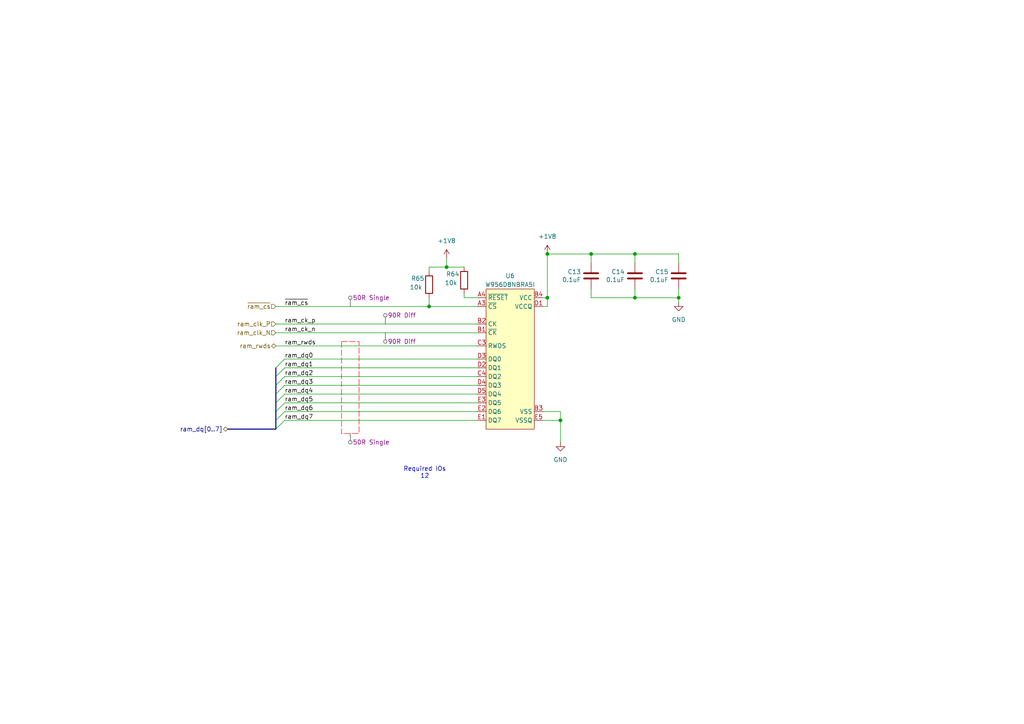
<source format=kicad_sch>
(kicad_sch (version 20250114) (generator "eeschema") (generator_version "9.0")
  (paper "A4")
  (title_block (title "Hyper RAM") (date "2025") (rev "1") (company "Konstantin Schauwecker"))
  (lib_symbols
    (symbol "Device:C" (pin_numbers (hide yes)) (pin_names (offset 0.254))
      (property "Reference" "C" (at 0.635 2.54 0))
      (property "Value" "C" (at 0.635 -2.54 0))
      (symbol "C_0_1"
        (polyline (pts (xy -2.032 0.762) (xy 2.032 0.762)) (stroke (width 0.508)))
        (polyline (pts (xy -2.032 -0.762) (xy 2.032 -0.762)) (stroke (width 0.508)))
      )
      (symbol "C_1_1"
        (pin passive line (at 0 3.81 270) (length 2.794) (name "~") (number "1"))
        (pin passive line (at 0 -3.81 90) (length 2.794) (name "~") (number "2"))
      )
    )
    (symbol "Device:R" (pin_numbers (hide yes)) (pin_names (offset 0))
      (property "Reference" "R" (at 2.032 0 90))
      (property "Value" "R" (at 0 0 90))
      (symbol "R_0_1"
        (rectangle (start -1.016 -2.54) (end 1.016 2.54) (stroke (width 0.254)))
      )
      (symbol "R_1_1"
        (pin passive line (at 0 3.81 270) (length 1.27) (name "~") (number "1"))
        (pin passive line (at 0 -3.81 90) (length 1.27) (name "~") (number "2"))
      )
    )
    (symbol "power:+1V8" (power) (pin_numbers (hide yes)) (pin_names (offset 0) (hide yes))
      (property "Value" "+1V8" (at 0 3.556 0))
      (symbol "+1V8_0_1"
        (polyline (pts (xy -0.762 1.27) (xy 0 2.54)))
        (polyline (pts (xy 0 2.54) (xy 0.762 1.27)))
        (polyline (pts (xy 0 0) (xy 0 2.54)))
      )
      (symbol "+1V8_1_1"
        (pin power_in line (at 0 0 90) (length 0) (name "~") (number "1"))
      )
    )
    (symbol "power:GND" (power) (pin_numbers (hide yes)) (pin_names (offset 0) (hide yes))
      (property "Value" "GND" (at 0 -3.81 0))
      (symbol "GND_0_1"
        (polyline (pts (xy 0 0) (xy 0 -1.27) (xy 1.27 -1.27) (xy 0 -2.54) (xy -1.27 -1.27) (xy 0 -1.27)))
      )
      (symbol "GND_1_1"
        (pin power_in line (at 0 0 270) (length 0) (name "~") (number "1"))
      )
    )
    (symbol "tracker-symbols:hyperram-8bit"
      (property "Reference" "U" (at 0 0 0))
      (symbol "hyperram-8bit_0_0"
        (pin unspecified line (at -8.89 -3.81 0) (length 2.54) (name "~{RESET}") (number "A4"))
        (pin unspecified line (at -8.89 -6.35 0) (length 2.54) (name "~{CS}") (number "A3"))
        (pin unspecified line (at -8.89 -11.43 0) (length 2.54) (name "CK") (number "B2"))
        (pin unspecified line (at -8.89 -13.97 0) (length 2.54) (name "~{CK}") (number "B1"))
        (pin unspecified line (at -8.89 -17.78 0) (length 2.54) (name "RWDS") (number "C3"))
        (pin unspecified line (at -8.89 -21.59 0) (length 2.54) (name "DQ0") (number "D3"))
        (pin unspecified line (at -8.89 -24.13 0) (length 2.54) (name "DQ1") (number "D2"))
        (pin unspecified line (at -8.89 -26.67 0) (length 2.54) (name "DQ2") (number "C4"))
        (pin unspecified line (at -8.89 -29.21 0) (length 2.54) (name "DQ3") (number "D4"))
        (pin unspecified line (at -8.89 -31.75 0) (length 2.54) (name "DQ4") (number "D5"))
        (pin unspecified line (at -8.89 -34.29 0) (length 2.54) (name "DQ5") (number "E3"))
        (pin unspecified line (at -8.89 -36.83 0) (length 2.54) (name "DQ6") (number "E2"))
        (pin unspecified line (at -8.89 -39.37 0) (length 2.54) (name "DQ7") (number "E1"))
        (pin unspecified line (at 10.16 -3.81 180) (length 2.54) (name "VCC") (number "B4"))
        (pin unspecified line (at 10.16 -6.35 180) (length 2.54) (name "VCCQ") (number "D1"))
        (pin unspecified line (at 10.16 -6.35 180) (length 2.54) (hide yes) (name "VCCQ") (number "E4"))
        (pin unspecified line (at 10.16 -36.83 180) (length 2.54) (name "VSS") (number "B3"))
        (pin unspecified line (at 10.16 -39.37 180) (length 2.54) (hide yes) (name "VSSQ") (number "C1"))
        (pin unspecified line (at 10.16 -39.37 180) (length 2.54) (name "VSSQ") (number "E5"))
      )
      (symbol "hyperram-8bit_1_1"
        (rectangle (start -6.35 -1.27) (end 7.62 -41.91) (fill (type background)))
      )
    )
  )
  (text "Required IOs\n12" (at 123.19 137.16 0) (effects (font (size 1.27 1.27))))
  (junction (at 158.75 73.66))
  (junction (at 184.15 73.66))
  (junction (at 196.85 86.36))
  (junction (at 124.46 88.9))
  (junction (at 162.56 121.92))
  (junction (at 171.45 73.66))
  (junction (at 158.75 86.36))
  (junction (at 129.54 77.47))
  (junction (at 184.15 86.36))
  (bus_entry (at 82.55 116.84) (size -2.54 2.54))
  (bus_entry (at 82.55 119.38) (size -2.54 2.54))
  (bus_entry (at 82.55 121.92) (size -2.54 2.54))
  (bus_entry (at 82.55 111.76) (size -2.54 2.54))
  (bus_entry (at 82.55 109.22) (size -2.54 2.54))
  (bus_entry (at 82.55 106.68) (size -2.54 2.54))
  (bus_entry (at 82.55 104.14) (size -2.54 2.54))
  (bus_entry (at 82.55 114.3) (size -2.54 2.54))
  (bus (pts (xy 80.01 116.84) (xy 80.01 119.38)))
  (wire (pts (xy 124.46 77.47) (xy 124.46 78.74)))
  (wire (pts (xy 196.85 73.66) (xy 184.15 73.66)))
  (wire (pts (xy 171.45 83.82) (xy 171.45 86.36)))
  (wire (pts (xy 80.01 93.98) (xy 138.43 93.98)))
  (wire (pts (xy 158.75 86.36) (xy 157.48 86.36)))
  (wire (pts (xy 82.55 119.38) (xy 138.43 119.38)))
  (bus (pts (xy 80.01 119.38) (xy 80.01 121.92)))
  (bus (pts (xy 66.04 124.46) (xy 80.01 124.46)))
  (wire (pts (xy 158.75 86.36) (xy 158.75 73.66)))
  (wire (pts (xy 129.54 77.47) (xy 124.46 77.47)))
  (wire (pts (xy 80.01 100.33) (xy 138.43 100.33)))
  (wire (pts (xy 184.15 83.82) (xy 184.15 86.36)))
  (wire (pts (xy 134.62 86.36) (xy 134.62 85.09)))
  (bus (pts (xy 80.01 121.92) (xy 80.01 124.46)))
  (wire (pts (xy 82.55 106.68) (xy 138.43 106.68)))
  (wire (pts (xy 124.46 86.36) (xy 124.46 88.9)))
  (wire (pts (xy 80.01 96.52) (xy 138.43 96.52)))
  (wire (pts (xy 196.85 86.36) (xy 196.85 87.63)))
  (wire (pts (xy 184.15 73.66) (xy 171.45 73.66)))
  (wire (pts (xy 162.56 119.38) (xy 162.56 121.92)))
  (wire (pts (xy 162.56 121.92) (xy 162.56 128.27)))
  (wire (pts (xy 82.55 109.22) (xy 138.43 109.22)))
  (wire (pts (xy 157.48 119.38) (xy 162.56 119.38)))
  (wire (pts (xy 138.43 86.36) (xy 134.62 86.36)))
  (bus (pts (xy 80.01 111.76) (xy 80.01 114.3)))
  (wire (pts (xy 196.85 86.36) (xy 184.15 86.36)))
  (wire (pts (xy 82.55 111.76) (xy 138.43 111.76)))
  (wire (pts (xy 82.55 116.84) (xy 138.43 116.84)))
  (wire (pts (xy 162.56 121.92) (xy 157.48 121.92)))
  (wire (pts (xy 82.55 121.92) (xy 138.43 121.92)))
  (wire (pts (xy 196.85 76.2) (xy 196.85 73.66)))
  (bus (pts (xy 80.01 106.68) (xy 80.01 109.22)))
  (wire (pts (xy 158.75 73.66) (xy 171.45 73.66)))
  (wire (pts (xy 196.85 86.36) (xy 196.85 83.82)))
  (wire (pts (xy 129.54 77.47) (xy 134.62 77.47)))
  (wire (pts (xy 157.48 88.9) (xy 158.75 88.9)))
  (wire (pts (xy 124.46 88.9) (xy 138.43 88.9)))
  (wire (pts (xy 184.15 73.66) (xy 184.15 76.2)))
  (wire (pts (xy 80.01 88.9) (xy 124.46 88.9)))
  (bus (pts (xy 80.01 109.22) (xy 80.01 111.76)))
  (wire (pts (xy 82.55 104.14) (xy 138.43 104.14)))
  (wire (pts (xy 129.54 74.93) (xy 129.54 77.47)))
  (wire (pts (xy 171.45 73.66) (xy 171.45 76.2)))
  (wire (pts (xy 158.75 88.9) (xy 158.75 86.36)))
  (bus (pts (xy 80.01 114.3) (xy 80.01 116.84)))
  (wire (pts (xy 82.55 114.3) (xy 138.43 114.3)))
  (wire (pts (xy 171.45 86.36) (xy 184.15 86.36)))
  (label "ram_ck_n" (at 82.55 96.52 0))
  (label "ram_ck_p" (at 82.55 93.98 0))
  (label "ram_dq0" (at 82.55 104.14 0))
  (label "ram_dq6" (at 82.55 119.38 0))
  (label "ram_dq1" (at 82.55 106.68 0))
  (label "~{ram_cs}" (at 82.55 88.9 0))
  (label "ram_dq5" (at 82.55 116.84 0))
  (label "ram_rwds" (at 82.55 100.33 0))
  (label "ram_dq4" (at 82.55 114.3 0))
  (label "ram_dq7" (at 82.55 121.92 0))
  (label "ram_dq3" (at 82.55 111.76 0))
  (label "ram_dq2" (at 82.55 109.22 0))
  (hierarchical_label "ram_clk_N" (shape input) (at 80.01 96.52 180))
  (hierarchical_label "~{ram_cs}" (shape input) (at 80.01 88.9 180))
  (hierarchical_label "ram_clk_P" (shape input) (at 80.01 93.98 180))
  (hierarchical_label "ram_dq[0..7]" (shape bidirectional) (at 66.04 124.46 180))
  (hierarchical_label "ram_rwds" (shape bidirectional) (at 80.01 100.33 180))
  (rule_area (polyline (pts (xy 99.06 99.06) (xy 104.14 99.06) (xy 104.14 125.73) (xy 99.06 125.73)) (stroke (width 0) (type dash))))
  (netclass_flag "" (length 2.54) (shape round) (at 101.6 88.9 0) (property "Netclass" "50R Single" (at 102.2985 86.36 0) (effects (justify left))))
  (netclass_flag "" (length 2.54) (shape round) (at 111.76 96.52 180) (property "Netclass" "90R Diff" (at 112.4585 99.06 0) (effects (justify left))))
  (netclass_flag "" (length 2.54) (shape round) (at 111.76 93.98 0) (property "Netclass" "90R Diff" (at 112.4585 91.44 0) (effects (justify left))))
  (netclass_flag "" (length 2.54) (shape round) (at 101.6 125.73 180) (property "Netclass" "50R Single" (at 102.2985 128.27 0) (effects (justify left))))
  (symbol (lib_id "power:GND") (at 162.56 128.27 0) (mirror y) (unit 1)
    (property "Reference" "#PWR033" (effects (hide yes)))
    (property "Value" "GND" (at 162.56 133.35 0))
    (property "Description" "Power symbol creates a global label with name \"GND\" , ground" (effects (hide yes)))
  )
  (symbol (lib_id "Device:C") (at 184.15 80.01 0) (mirror y) (unit 1)
    (property "Reference" "C14" (at 181.229 78.8416 0) (effects (justify left)))
    (property "Value" "0.1uF" (at 181.229 81.153 0) (effects (justify left)))
    (property "Footprint" "Capacitor_SMD:C_0402_1005Metric" (effects (hide yes)))
    (property "Description" "Unpolarized capacitor" (effects (hide yes)))
    (property "MPN" "MBAST105SB7104KFNA01" (effects (hide yes)))
    (property "Supplier Link" "https://www.mouser.de/ProductDetail/TAIYO-YUDEN/MBAST105SB7104KFNA01?qs=tlsG%2FOw5FFj0FpJuqULGiw%3D%3D " (effects (hide yes)))
    (property "Link to Alternative" "https://www.mouser.de/ProductDetail/KEMET/C0402C104K8PAC?qs=gnaPJ2cis71t%2F81aE9FjIg%3D%3D" (effects (hide yes)))
    (property "MFG" " TAIYO YUDEN" (effects (hide yes)))
    (property "Alternative MPNs" "C0402C104K8PAC" (effects (hide yes)))
  )
  (symbol (lib_id "Device:R") (at 124.46 82.55 180) (unit 1)
    (property "Reference" "R65" (at 121.158 80.772 0))
    (property "Value" "10k" (at 120.65 83.312 0))
    (property "Footprint" "Resistor_SMD:R_0402_1005Metric" (effects (hide yes)))
    (property "Description" "Resistor" (effects (hide yes)))
    (property "MFG" "Vishay" (effects (hide yes)))
    (property "MPN" "CRCW040210K0FKEDC" (effects (hide yes)))
    (property "Supplier Link" "https://www.mouser.de/ProductDetail/Vishay-Dale/CRCW040210K0FKEDC?qs=E3Y5ESvWgWPiNLcGzwCGPg%3D%3D" (effects (hide yes)))
  )
  (symbol (lib_id "power:GND") (at 196.85 87.63 0) (mirror y) (unit 1)
    (property "Reference" "#PWR034" (effects (hide yes)))
    (property "Value" "GND" (at 196.85 92.71 0))
    (property "Description" "Power symbol creates a global label with name \"GND\" , ground" (effects (hide yes)))
  )
  (symbol (lib_id "Device:C") (at 196.85 80.01 0) (mirror y) (unit 1)
    (property "Reference" "C15" (at 193.929 78.8416 0) (effects (justify left)))
    (property "Value" "0.1uF" (at 193.929 81.153 0) (effects (justify left)))
    (property "Footprint" "Capacitor_SMD:C_0402_1005Metric" (effects (hide yes)))
    (property "Description" "Unpolarized capacitor" (effects (hide yes)))
    (property "MPN" "MBAST105SB7104KFNA01" (effects (hide yes)))
    (property "Supplier Link" "https://www.mouser.de/ProductDetail/TAIYO-YUDEN/MBAST105SB7104KFNA01?qs=tlsG%2FOw5FFj0FpJuqULGiw%3D%3D " (effects (hide yes)))
    (property "Link to Alternative" "https://www.mouser.de/ProductDetail/KEMET/C0402C104K8PAC?qs=gnaPJ2cis71t%2F81aE9FjIg%3D%3D" (effects (hide yes)))
    (property "MFG" " TAIYO YUDEN" (effects (hide yes)))
    (property "Alternative MPNs" "C0402C104K8PAC" (effects (hide yes)))
  )
  (symbol (lib_id "Device:C") (at 171.45 80.01 0) (mirror y) (unit 1)
    (property "Reference" "C13" (at 168.529 78.8416 0) (effects (justify left)))
    (property "Value" "0.1uF" (at 168.529 81.153 0) (effects (justify left)))
    (property "Footprint" "Capacitor_SMD:C_0402_1005Metric" (effects (hide yes)))
    (property "Description" "Unpolarized capacitor" (effects (hide yes)))
    (property "MPN" "MBAST105SB7104KFNA01" (effects (hide yes)))
    (property "Supplier Link" "https://www.mouser.de/ProductDetail/TAIYO-YUDEN/MBAST105SB7104KFNA01?qs=tlsG%2FOw5FFj0FpJuqULGiw%3D%3D " (effects (hide yes)))
    (property "Link to Alternative" "https://www.mouser.de/ProductDetail/KEMET/C0402C104K8PAC?qs=gnaPJ2cis71t%2F81aE9FjIg%3D%3D" (effects (hide yes)))
    (property "MFG" " TAIYO YUDEN" (effects (hide yes)))
    (property "Alternative MPNs" "C0402C104K8PAC" (effects (hide yes)))
  )
  (symbol (lib_id "Device:R") (at 134.62 81.28 180) (unit 1)
    (property "Reference" "R64" (at 131.318 79.502 0))
    (property "Value" "10k" (at 130.81 82.042 0))
    (property "Footprint" "Resistor_SMD:R_0402_1005Metric" (effects (hide yes)))
    (property "Description" "Resistor" (effects (hide yes)))
    (property "MFG" "Vishay" (effects (hide yes)))
    (property "MPN" "CRCW040210K0FKEDC" (effects (hide yes)))
    (property "Supplier Link" "https://www.mouser.de/ProductDetail/Vishay-Dale/CRCW040210K0FKEDC?qs=E3Y5ESvWgWPiNLcGzwCGPg%3D%3D" (effects (hide yes)))
  )
  (symbol (lib_id "power:+1V8") (at 158.75 73.66 0) (unit 1)
    (property "Reference" "#PWR028" (effects (hide yes)))
    (property "Value" "+1V8" (at 158.75 68.58 0))
    (property "Description" "Power symbol creates a global label with name \"+1V8\"" (effects (hide yes)))
  )
  (symbol (lib_id "power:+1V8") (at 129.54 74.93 0) (unit 1)
    (property "Reference" "#PWR027" (effects (hide yes)))
    (property "Value" "+1V8" (at 129.54 69.85 0))
    (property "Description" "Power symbol creates a global label with name \"+1V8\"" (effects (hide yes)))
  )
  (symbol (lib_id "tracker-symbols:hyperram-8bit") (at 147.32 82.55 0) (unit 1)
    (property "Reference" "U6" (at 147.955 80.01 0))
    (property "Value" "W956D8NBRA5I" (at 147.955 82.55 0))
    (property "Footprint" "footprints:hyperram-winbond-8bit" (effects (hide yes)))
    (property "MFG" "Winbond" (effects (hide yes)))
    (property "MPN" " W956D8MBYA5I TR" (effects (hide yes)))
    (property "Supplier Link" "https://www.mouser.de/ProductDetail/Winbond/W956D8MBYA5I-TR?qs=YwPsRIUVAOd58Ay8WliEjg%3D%3D" (effects (hide yes)))
  )
)
</source>
